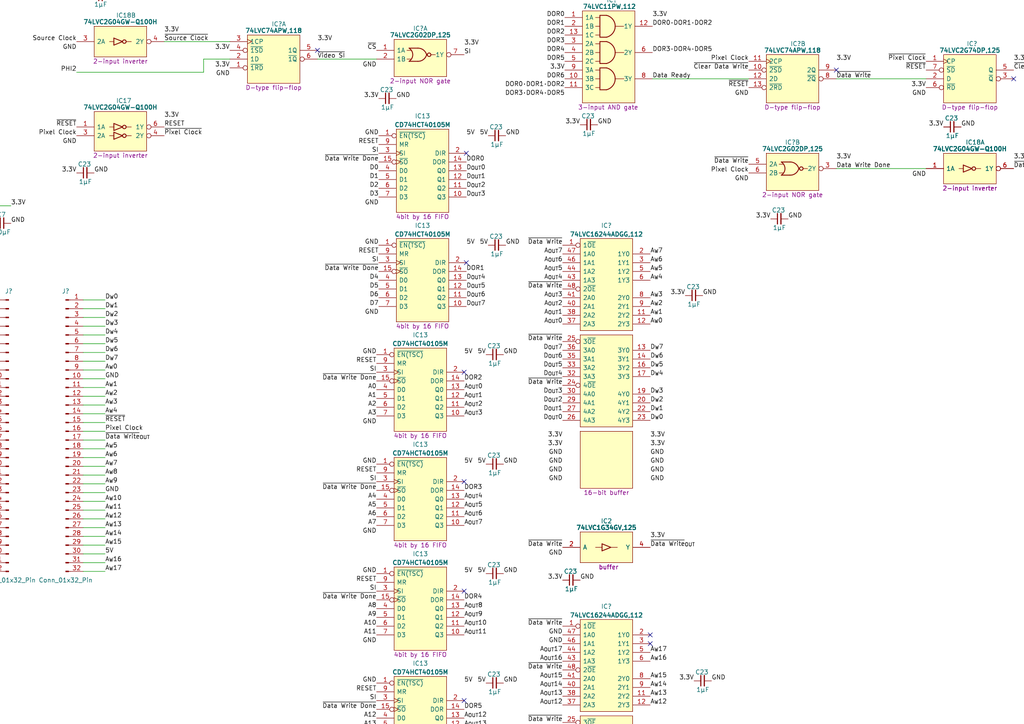
<source format=kicad_sch>
(kicad_sch (version 20230121) (generator eeschema)
  (paper "A4")
  (junction (at -31.115 59.69))
  (junction (at -1.905 59.69))
  (no_connect (at 188.595 184.15))
  (no_connect (at 92.075 14.605))
  (no_connect (at 188.595 186.69))
  (no_connect (at 134.62 139.7))
  (no_connect (at 134.62 203.2))
  (no_connect (at 134.62 245.11))
  (no_connect (at 134.62 247.65))
  (no_connect (at 134.62 171.45))
  (no_connect (at 242.57 20.32))
  (no_connect (at 135.255 44.45))
  (no_connect (at 134.62 234.95))
  (no_connect (at -5.715 64.77))
  (no_connect (at 294.005 22.86))
  (no_connect (at 188.595 232.41))
  (no_connect (at 188.595 227.33))
  (no_connect (at 134.62 107.95))
  (no_connect (at 188.595 229.87))
  (no_connect (at 135.255 76.2))
  (no_connect (at 188.595 224.79))
  (wire (pts (xy -1.905 64.77) (xy -1.905 59.69)))
  (wire (pts (xy 30.48 130.175) (xy 24.13 130.175)))
  (wire (pts (xy 30.48 153.035) (xy 24.13 153.035)))
  (wire (pts (xy 59.055 17.145) (xy 66.675 17.145)))
  (wire (pts (xy 30.48 109.855) (xy 24.13 109.855)))
  (wire (pts (xy 30.48 145.415) (xy 24.13 145.415)))
  (wire (pts (xy 30.48 89.535) (xy 24.13 89.535)))
  (wire (pts (xy -8.89 127.635) (xy -2.54 127.635)))
  (wire (pts (xy -8.89 155.575) (xy -2.54 155.575)))
  (wire (pts (xy 30.48 102.235) (xy 24.13 102.235)))
  (wire (pts (xy 30.48 147.955) (xy 24.13 147.955)))
  (wire (pts (xy -8.89 145.415) (xy -2.54 145.415)))
  (wire (pts (xy 30.48 120.015) (xy 24.13 120.015)))
  (wire (pts (xy -8.89 104.775) (xy -2.54 104.775)))
  (wire (pts (xy 242.57 48.895) (xy 268.605 48.895)))
  (wire (pts (xy -8.89 125.095) (xy -2.54 125.095)))
  (wire (pts (xy -8.89 132.715) (xy -2.54 132.715)))
  (wire (pts (xy -8.89 120.015) (xy -2.54 120.015)))
  (wire (pts (xy 47.625 12.065) (xy 66.675 12.065)))
  (wire (pts (xy -8.89 137.795) (xy -2.54 137.795)))
  (wire (pts (xy -31.115 59.69) (xy -31.115 62.23)))
  (wire (pts (xy 30.48 92.075) (xy 24.13 92.075)))
  (wire (pts (xy 30.48 107.315) (xy 24.13 107.315)))
  (wire (pts (xy -8.89 99.695) (xy -2.54 99.695)))
  (wire (pts (xy 30.48 155.575) (xy 24.13 155.575)))
  (wire (pts (xy 30.48 117.475) (xy 24.13 117.475)))
  (wire (pts (xy -8.89 130.175) (xy -2.54 130.175)))
  (wire (pts (xy 30.48 142.875) (xy 24.13 142.875)))
  (wire (pts (xy 242.57 22.86) (xy 268.605 22.86)))
  (wire (pts (xy -8.89 160.655) (xy -2.54 160.655)))
  (wire (pts (xy 92.075 17.145) (xy 109.22 17.145)))
  (wire (pts (xy 30.48 137.795) (xy 24.13 137.795)))
  (wire (pts (xy -46.355 64.77) (xy -45.085 64.77)))
  (wire (pts (xy -8.89 102.235) (xy -2.54 102.235)))
  (wire (pts (xy 30.48 135.255) (xy 24.13 135.255)))
  (wire (pts (xy 30.48 122.555) (xy 24.13 122.555)))
  (wire (pts (xy -8.89 163.195) (xy -2.54 163.195)))
  (wire (pts (xy 30.48 125.095) (xy 24.13 125.095)))
  (wire (pts (xy 30.48 163.195) (xy 24.13 163.195)))
  (wire (pts (xy 30.48 132.715) (xy 24.13 132.715)))
  (wire (pts (xy -8.89 89.535) (xy -2.54 89.535)))
  (wire (pts (xy 30.48 150.495) (xy 24.13 150.495)))
  (wire (pts (xy 30.48 104.775) (xy 24.13 104.775)))
  (wire (pts (xy -8.89 86.995) (xy -2.54 86.995)))
  (wire (pts (xy 30.48 99.695) (xy 24.13 99.695)))
  (wire (pts (xy 30.48 160.655) (xy 24.13 160.655)))
  (wire (pts (xy -8.89 112.395) (xy -2.54 112.395)))
  (wire (pts (xy -8.89 92.075) (xy -2.54 92.075)))
  (wire (pts (xy 30.48 112.395) (xy 24.13 112.395)))
  (wire (pts (xy 30.48 94.615) (xy 24.13 94.615)))
  (wire (pts (xy -8.89 142.875) (xy -2.54 142.875)))
  (wire (pts (xy 59.055 20.955) (xy 59.055 17.145)))
  (wire (pts (xy -8.89 94.615) (xy -2.54 94.615)))
  (wire (pts (xy -8.89 114.935) (xy -2.54 114.935)))
  (wire (pts (xy -8.89 107.315) (xy -2.54 107.315)))
  (wire (pts (xy -8.89 150.495) (xy -2.54 150.495)))
  (wire (pts (xy 30.48 114.935) (xy 24.13 114.935)))
  (wire (pts (xy -46.355 59.69) (xy -46.355 64.77)))
  (wire (pts (xy 30.48 165.735) (xy 24.13 165.735)))
  (wire (pts (xy -8.89 117.475) (xy -2.54 117.475)))
  (wire (pts (xy 30.48 158.115) (xy 24.13 158.115)))
  (wire (pts (xy -8.89 147.955) (xy -2.54 147.955)))
  (wire (pts (xy -8.89 165.735) (xy -2.54 165.735)))
  (wire (pts (xy -8.89 158.115) (xy -2.54 158.115)))
  (wire (pts (xy 30.48 140.335) (xy 24.13 140.335)))
  (wire (pts (xy 24.13 86.995) (xy 30.48 86.995)))
  (wire (pts (xy -1.905 59.69) (xy 3.175 59.69)))
  (wire (pts (xy 189.23 22.86) (xy 217.17 22.86)))
  (wire (pts (xy -8.89 122.555) (xy -2.54 122.555)))
  (wire (pts (xy -8.89 153.035) (xy -2.54 153.035)))
  (wire (pts (xy -8.89 140.335) (xy -2.54 140.335)))
  (wire (pts (xy -46.355 59.69) (xy -31.115 59.69)))
  (wire (pts (xy 30.48 127.635) (xy 24.13 127.635)))
  (wire (pts (xy -8.89 135.255) (xy -2.54 135.255)))
  (wire (pts (xy 22.225 20.955) (xy 59.055 20.955)))
  (wire (pts (xy -8.89 97.155) (xy -2.54 97.155)))
  (wire (pts (xy -5.715 59.69) (xy -1.905 59.69)))
  (wire (pts (xy -8.89 109.855) (xy -2.54 109.855)))
  (wire (pts (xy 30.48 97.155) (xy 24.13 97.155)))
  (label "A_{OUT}14" (at 163.195 199.39 180))
  (label "PHI2" (at 22.225 20.955 180))
  (label "GND" (at 188.595 242.57 0))
  (label "A3" (at -8.89 120.015 180))
  (label "GND" (at 163.195 139.7 180))
  (label "A_{W}10" (at 188.595 214.63 0))
  (label "D5" (at -8.89 102.235 180))
  (label "A_{W}4" (at 188.595 81.28 0))
  (label "Pixel Clock" (at 217.17 17.78 180))
  (label "A_{W}1" (at 188.595 91.44 0))
  (label "D_{OUT}6" (at 163.195 104.14 180))
  (label "A_{W}16" (at 188.595 191.77 0))
  (label "~{Data Write}" (at 163.195 181.61 180))
  (label "RESET" (at 109.855 73.66 180))
  (label "5V" (at -8.89 92.075 180))
  (label "RESET" (at 47.625 36.83 0))
  (label "GND" (at 30.48 109.855 0))
  (label "A10" (at -8.89 147.955 180))
  (label "D_{W}2" (at 30.48 92.075 0))
  (label "DOR6" (at 134.62 237.49 0))
  (label "D_{OUT}6" (at 135.255 86.36 0))
  (label "GND" (at 109.22 154.94 180))
  (label "A_{OUT}9" (at 134.62 179.07 0))
  (label "DOR2" (at 163.83 10.16 180))
  (label "SI" (at 109.855 44.45 180))
  (label "GND" (at 188.595 134.62 0))
  (label "GND" (at 188.595 132.08 0))
  (label "A_{OUT}10" (at 163.195 214.63 180))
  (label "A_{OUT}5" (at 163.195 78.74 180))
  (label "A_{OUT}7" (at 163.195 73.66 180))
  (label "3.3V" (at 163.83 20.32 180))
  (label "~{RESET}" (at 217.17 25.4 180))
  (label "A_{OUT}3" (at 163.195 86.36 180))
  (label "GND" (at 163.195 245.11 180))
  (label "A_{OUT}15" (at 163.195 196.85 180))
  (label "A_{OUT}14" (at 134.62 213.36 0))
  (label "A_{OUT}2" (at 163.195 88.9 180))
  (label "GND" (at 163.195 184.15 180))
  (label "~{Data Write}" (at 163.195 194.31 180))
  (label "Data Ready" (at 189.23 22.86 0))
  (label "3.3V" (at 163.195 127 180))
  (label "GND" (at 188.595 245.11 0))
  (label "D_{W}3" (at 188.595 114.3 0))
  (label "5V" (at 140.97 102.87 180))
  (label "SI" (at 109.22 107.95 180))
  (label "3.3V" (at 163.195 222.25 180))
  (label "3.3V" (at 92.075 12.065 0))
  (label "D_{OUT}3" (at 163.195 114.3 180))
  (label "GND" (at 163.195 137.16 180))
  (label "GND" (at 163.195 224.79 180))
  (label "A14" (at 109.22 213.36 180))
  (label "A5" (at -8.89 130.175 180))
  (label "GND" (at 109.22 166.37 180))
  (label "A_{W}7" (at 30.48 135.255 0))
  (label "A4" (at -8.89 127.635 180))
  (label "GND" (at 203.835 85.725 0))
  (label "D_{OUT}4" (at 163.195 109.22 180))
  (label "D_{W}7" (at 30.48 104.775 0))
  (label "3.3V" (at 294.005 46.355 0))
  (label "GND" (at 27.305 50.165 0))
  (label "~{Data Write}" (at 163.195 111.76 180))
  (label "A_{W}6" (at 30.48 132.715 0))
  (label "GND" (at 146.685 39.37 0))
  (label "D_{OUT}0" (at 135.255 49.53 0))
  (label "D_{OUT}2" (at 163.195 116.84 180))
  (label "DOR0·DOR1·DOR2" (at 189.23 7.62 0))
  (label "~{Data Write}" (at 163.195 158.75 180))
  (label "GND" (at 109.22 198.12 180))
  (label "A_{W}1" (at 30.48 112.395 0))
  (label "A15" (at -8.89 160.655 180))
  (label "~{Pixel Clock}" (at 47.625 39.37 0))
  (label "A17" (at 109.22 242.57 180))
  (label "D_{W}0" (at 188.595 121.92 0))
  (label "A_{OUT}16" (at 134.62 240.03 0))
  (label "3.3V" (at 294.005 17.78 0))
  (label "A_{OUT}11" (at 163.195 212.09 180))
  (label "GND" (at 109.22 186.69 180))
  (label "3.3V" (at 134.62 13.335 0))
  (label "~{Data Write Done}" (at 109.22 110.49 180))
  (label "A_{W}3" (at 30.48 117.475 0))
  (label "GND" (at 163.195 242.57 180))
  (label "3.3V" (at 223.52 63.5 180))
  (label "D7" (at -8.89 107.315 180))
  (label "A_{W}15" (at 188.595 196.85 0))
  (label "A_{W}2" (at 30.48 114.935 0))
  (label "DOR4" (at 163.83 15.24 180))
  (label "3.3V" (at 109.855 28.575 180))
  (label "3.3V" (at 188.595 127 0))
  (label "D_{W}6" (at 188.595 104.14 0))
  (label "A_{OUT}5" (at 134.62 147.32 0))
  (label "A_{OUT}11" (at 134.62 184.15 0))
  (label "GND" (at 146.05 229.87 0))
  (label "A0" (at -8.89 112.395 180))
  (label "A_{OUT}3" (at 134.62 120.65 0))
  (label "A11" (at -8.89 150.495 180))
  (label "Pixel Clock" (at 217.17 50.165 180))
  (label "3.3V" (at 66.675 19.685 180))
  (label "A_{OUT}13" (at 134.62 210.82 0))
  (label "A_{OUT}16" (at 163.195 191.77 180))
  (label "D3" (at -8.89 97.155 180))
  (label "A_{W}13" (at 188.595 201.93 0))
  (label "D_{OUT}5" (at 163.195 106.68 180))
  (label "GND" (at 188.595 247.65 0))
  (label "A_{W}12" (at 30.48 150.495 0))
  (label "A_{OUT}1" (at 163.195 91.44 180))
  (label "A_{W}17" (at 30.48 165.735 0))
  (label "DOR1" (at 163.83 7.62 180))
  (label "GND" (at 188.595 137.16 0))
  (label "GND" (at 163.195 132.08 180))
  (label "RESET" (at 109.22 105.41 180))
  (label "~{RESET}" (at 268.605 20.32 180))
  (label "A3" (at 109.22 120.65 180))
  (label "D_{OUT}0" (at 163.195 121.92 180))
  (label "A_{OUT}17" (at 163.195 189.23 180))
  (label "A4" (at 109.22 144.78 180))
  (label "~{Data Write}" (at 163.195 209.55 180))
  (label "3.3V" (at 198.755 85.725 180))
  (label "A2" (at 109.22 118.11 180))
  (label "D_{OUT}7" (at 135.255 88.9 0))
  (label "DOR2" (at 134.62 110.49 0))
  (label "~{CS}" (at -8.89 132.715 180))
  (label "GND" (at 22.225 14.605 180))
  (label "3.3V" (at 163.195 168.275 180))
  (label "GND" (at 173.355 36.195 0))
  (label "3.3V" (at 66.675 14.605 180))
  (label "A_{OUT}6" (at 134.62 149.86 0))
  (label "5V" (at 134.62 166.37 0))
  (label "A17" (at -8.89 165.735 180))
  (label "~{Data Write}_{OUT}" (at 30.48 127.635 0))
  (label "5V" (at 134.62 102.87 0))
  (label "A_{OUT}6" (at 163.195 76.2 180))
  (label "5V" (at 134.62 229.87 0))
  (label "D6" (at 109.855 86.36 180))
  (label "RESET" (at 109.22 137.16 180))
  (label "DOR3·DOR4·DOR5" (at 189.23 15.24 0))
  (label "A_{W}0" (at 188.595 93.98 0))
  (label "A_{W}13" (at 30.48 153.035 0))
  (label "RESET" (at 109.22 232.41 180))
  (label "GND" (at 163.195 250.19 180))
  (label "A12" (at 109.22 208.28 180))
  (label "GND" (at 22.225 41.91 180))
  (label "A_{W}11" (at 30.48 147.955 0))
  (label "A_{OUT}15" (at 134.62 215.9 0))
  (label "GND" (at 268.605 51.435 180))
  (label "A_{W}9" (at 188.595 217.17 0))
  (label "~{Data Write Done}" (at 109.22 205.74 180))
  (label "A1" (at -8.89 114.935 180))
  (label "A_{W}10" (at 30.48 145.415 0))
  (label "3.3V" (at 163.195 129.54 180))
  (label "GND" (at 268.605 27.94 180))
  (label "A_{OUT}1" (at 134.62 115.57 0))
  (label "A_{OUT}8" (at 163.195 219.71 180))
  (label "A_{OUT}7" (at 134.62 152.4 0))
  (label "D_{OUT}5" (at 135.255 83.82 0))
  (label "D_{W}7" (at 188.595 101.6 0))
  (label "A_{OUT}0" (at 163.195 93.98 180))
  (label "GND" (at 146.05 134.62 0))
  (label "3.3V" (at 47.625 9.525 0))
  (label "D3" (at 109.855 57.15 180))
  (label "GND" (at 278.765 36.83 0))
  (label "DOR0" (at 163.83 5.08 180))
  (label "~{Data Write Done}" (at 294.005 48.895 0))
  (label "DOR3" (at 134.62 142.24 0))
  (label "Data Write Done" (at 242.57 48.895 0))
  (label "D7" (at 109.855 88.9 180))
  (label "~{Data Write}" (at 163.195 83.82 180))
  (label "A_{W}3" (at 188.595 86.36 0))
  (label "GND" (at 66.675 22.225 180))
  (label "D2" (at -8.89 94.615 180))
  (label "SI" (at 109.22 139.7 180))
  (label "RESET" (at 109.22 200.66 180))
  (label "D_{OUT}2" (at 135.255 54.61 0))
  (label "5V" (at 141.605 71.12 180))
  (label "A_{W}12" (at 188.595 204.47 0))
  (label "D_{OUT}3" (at 135.255 57.15 0))
  (label "~{Pixel Clock}" (at 268.605 17.78 180))
  (label "GND" (at 109.22 123.19 180))
  (label "5V" (at 134.62 134.62 0))
  (label "GND" (at -31.115 64.77 180))
  (label "A_{OUT}0" (at 134.62 113.03 0))
  (label "3.3V" (at 163.195 237.49 180))
  (label "A5" (at 109.22 147.32 180))
  (label "A13" (at 109.22 210.82 180))
  (label "~{Data Write}" (at 163.195 99.06 180))
  (label "A_{W}17" (at 188.595 189.23 0))
  (label "~{Data Write}" (at 217.17 47.625 180))
  (label "5V" (at -46.355 59.69 180))
  (label "GND" (at 109.22 218.44 180))
  (label "GND" (at 109.22 102.87 180))
  (label "5V" (at 140.97 166.37 180))
  (label "3.3V" (at 268.605 25.4 180))
  (label "D1" (at -8.89 89.535 180))
  (label "5V" (at 140.97 134.62 180))
  (label "3.3V" (at 47.625 34.29 0))
  (label "D_{W}1" (at 188.595 119.38 0))
  (label "D_{W}5" (at 30.48 99.695 0))
  (label "D_{OUT}4" (at 135.255 81.28 0))
  (label "D4" (at 109.855 81.28 180))
  (label "DOR6" (at 163.83 22.86 180))
  (label "A7" (at 109.22 152.4 180))
  (label "GND" (at 109.22 134.62 180))
  (label "5V" (at 30.48 160.655 0))
  (label "A6" (at 109.22 149.86 180))
  (label "GND" (at 109.22 250.19 180))
  (label "~{Data Write}" (at 163.195 71.12 180))
  (label "3.3V" (at 22.225 50.165 180))
  (label "A_{W}8" (at 188.595 219.71 0))
  (label "D1" (at 109.855 52.07 180))
  (label "A_{W}6" (at 188.595 76.2 0))
  (label "A_{W}0" (at 30.48 107.315 0))
  (label "3.3V" (at 168.275 36.195 180))
  (label "GND" (at 217.17 52.705 180))
  (label "DOR5" (at 163.83 17.78 180))
  (label "A_{OUT}10" (at 134.62 181.61 0))
  (label "D_{OUT}7" (at 163.195 101.6 180))
  (label "DOR4" (at 134.62 173.99 0))
  (label "DOR1" (at 135.255 78.74 0))
  (label "A_{W}14" (at 30.48 155.575 0))
  (label "GND" (at 109.22 247.65 180))
  (label "GND" (at 163.195 247.65 180))
  (label "GND" (at 109.22 229.87 180))
  (label "A_{W}15" (at 30.48 158.115 0))
  (label "3.3V" (at 163.195 240.03 180))
  (label "A13" (at -8.89 155.575 180))
  (label "~{Data Write}_{OUT}" (at 188.595 158.75 0))
  (label "A_{OUT}12" (at 163.195 204.47 180))
  (label "3.3V" (at 189.23 5.08 0))
  (label "RESET" (at 109.855 41.91 180))
  (label "D_{W}4" (at 188.595 109.22 0))
  (label "SI" (at 109.22 203.2 180))
  (label "D_{OUT}1" (at 163.195 119.38 180))
  (label "SI" (at 109.22 171.45 180))
  (label "D0" (at 109.855 49.53 180))
  (label "A16" (at -8.89 163.195 180))
  (label "D6" (at -8.89 104.775 180))
  (label "5V" (at 140.97 198.12 180))
  (label "A_{OUT}4" (at 163.195 81.28 180))
  (label "D0" (at -8.89 86.995 180))
  (label "A2" (at -8.89 117.475 180))
  (label "A_{OUT}2" (at 134.62 118.11 0))
  (label "~{RESET}" (at 30.48 122.555 0))
  (label "A14" (at -8.89 158.115 180))
  (label "GND" (at 109.855 39.37 180))
  (label "A_{W}14" (at 188.595 199.39 0))
  (label "GND" (at 31.75 -1.27 0))
  (label "3.3V" (at 242.57 46.355 0))
  (label "GND" (at 3.175 64.77 0))
  (label "5V" (at 135.255 39.37 0))
  (label "DOR3·DOR4·DOR5" (at 163.83 27.94 180))
  (label "Pixel Clock" (at 22.225 39.37 180))
  (label "D_{W}3" (at 30.48 94.615 0))
  (label "A_{W}9" (at 30.48 140.335 0))
  (label "A_{W}7" (at 188.595 73.66 0))
  (label "A_{OUT}12" (at 134.62 208.28 0))
  (label "GND" (at 163.195 232.41 180))
  (label "D_{W}1" (at 30.48 89.535 0))
  (label "~{Source Clock}" (at 47.625 12.065 0))
  (label "A_{OUT}17" (at 134.62 242.57 0))
  (label "~{RESET}" (at 22.225 36.83 180))
  (label "SI" (at 109.22 234.95 180))
  (label "D_{W}5" (at 188.595 106.68 0))
  (label "DOR3" (at 163.83 12.7 180))
  (label "A_{OUT}9" (at 163.195 217.17 180))
  (label "A_{W}16" (at 30.48 163.195 0))
  (label "GND" (at 109.855 71.12 180))
  (label "Pixel Clock" (at 30.48 125.095 0))
  (label "A_{W}11" (at 188.595 212.09 0))
  (label "~{Data Write Done}" (at 109.855 78.74 180))
  (label "3.3V" (at 188.595 240.03 0))
  (label "GND" (at 109.855 91.44 180))
  (label "GND" (at 163.195 186.69 180))
  (label "5V" (at 140.97 229.87 180))
  (label "PHI2" (at -8.89 125.095 180))
  (label "3.3V" (at 188.595 237.49 0))
  (label "D_{W}2" (at 188.595 116.84 0))
  (label "A1" (at 109.22 115.57 180))
  (label "A_{OUT}13" (at 163.195 201.93 180))
  (label "GND" (at 109.855 59.69 180))
  (label "5V" (at 134.62 198.12 0))
  (label "A_{OUT}4" (at 134.62 144.78 0))
  (label "~{Data Write}" (at 242.57 22.86 0))
  (label "~{CS}" (at 109.22 14.605 180))
  (label "D_{W}0" (at 30.48 86.995 0))
  (label "SI" (at 134.62 15.875 0))
  (label "3.3V" (at 201.295 197.485 180))
  (label "DOR0" (at 135.255 46.99 0))
  (label "GND" (at 188.595 139.7 0))
  (label "GND" (at 109.22 19.685 180))
  (label "A_{W}8" (at 30.48 137.795 0))
  (label "3.3V" (at 188.595 129.54 0))
  (label "A_{W}4" (at 30.48 120.015 0))
  (label "A_{W}5" (at 188.595 78.74 0))
  (label "A8" (at 109.22 176.53 180))
  (label "3.3V" (at 3.175 59.69 0))
  (label "A9" (at 109.22 179.07 180))
  (label "A6" (at -8.89 135.255 180))
  (label "RESET" (at 109.22 168.91 180))
  (label "GND" (at 146.05 166.37 0))
  (label "A11" (at 109.22 184.15 180))
  (label "~{Data Write Done}" (at 109.22 173.99 180))
  (label "A12" (at -8.89 153.035 180))
  (label "~{Data Write Done}" (at 109.22 237.49 180))
  (label "A10" (at 109.22 181.61 180))
  (label "A0" (at 109.22 113.03 180))
  (label "GND" (at 168.275 168.275 0))
  (label "GND" (at 163.195 134.62 180))
  (label "GND" (at -40.005 64.77 0))
  (label "A8" (at -8.89 140.335 180))
  (label "~{Clear Data Write}" (at 217.17 20.32 180))
  (label "5V" (at 141.605 39.37 180))
  (label "~{Video SI}" (at 92.075 17.145 0))
  (label "GND" (at 146.685 71.12 0))
  (label "A9" (at -8.89 145.415 180))
  (label "D2" (at 109.855 54.61 180))
  (label "GND" (at 188.595 250.19 0))
  (label "D_{OUT}1" (at 135.255 52.07 0))
  (label "3.3V" (at 273.685 36.83 180))
  (label "GND" (at 163.195 161.29 180))
  (label "GND" (at 217.17 27.94 180))
  (label "GND" (at 146.05 198.12 0))
  (label "3.3V" (at 242.57 17.78 0))
  (label "DOR0·DOR1·DOR2" (at 163.83 25.4 180))
  (label "Source Clock" (at -8.89 122.555 180))
  (label "GND" (at -8.89 142.875 180))
  (label "GND" (at -8.89 109.855 180))
  (label "~{Data Write Done}" (at 109.22 142.24 180))
  (label "A_{OUT}8" (at 134.62 176.53 0))
  (label "D4" (at -8.89 99.695 180))
  (label "SI" (at 109.855 76.2 180))
  (label "5V" (at 135.255 71.12 0))
  (label "D_{W}4" (at 30.48 97.155 0))
  (label "A16" (at 109.22 240.03 180))
  (label "Source Clock" (at 22.225 12.065 180))
  (label "GND" (at 163.195 229.87 180))
  (label "A_{W}2" (at 188.595 88.9 0))
  (label "3.3V" (at 26.67 -1.27 180))
  (label "A15" (at 109.22 215.9 180))
  (label "3.3V" (at 188.595 156.21 0))
  (label "GND" (at 228.6 63.5 0))
  (label "A7" (at -8.89 137.795 180))
  (label "D5" (at 109.855 83.82 180))
  (label "~{Clear Data Write}" (at 294.005 20.32 0))
  (label "DOR5" (at 134.62 205.74 0))
  (label "D_{W}6" (at 30.48 102.235 0))
  (label "GND" (at 146.05 102.87 0))
  (label "GND" (at 114.935 28.575 0))
  (label "GND" (at 163.195 227.33 180))
  (label "~{Data Write Done}" (at 109.855 46.99 180))
  (label "A_{W}5" (at 30.48 130.175 0))
  (label "GND" (at 109.22 245.11 180))
  (label "GND" (at 30.48 142.875 0))
  (label "GND" (at 206.375 197.485 0))
  (symbol (lib_id "Nexperia:74LVC74APW,118_Multi") (at 66.675 12.065 0) (unit 1)
    (property "Reference" "IC?" (at 78.74 6.985 0) (effects (justify left)))
    (property "Value" "74LVC74APW,118" (at 79.375 8.89 0) (effects (font bold)))
    (property "Footprint" "SOP65P640X110-14N" (effects hide))
    (property "Datasheet" "https://assets.nexperia.com/documents/data-sheet/74LVC74A.pdf" (effects hide))
    (property "Description" "D-type flip-flop" (at 79.375 25.4 0))
    (property "Height" "1.1" (effects hide))
    (property "Mouser Part Number" "771-74LVC74APW-T" (effects hide))
    (property "Mouser Price/Stock" "https://www.mouser.co.uk/ProductDetail/Nexperia/74LVC74APW118?qs=me8TqzrmIYVtXwVfet0lzw%3D%3D" (effects hide))
    (property "Manufacturer_Name" "Nexperia" (effects hide))
    (property "Manufacturer_Part_Number" "74LVC74APW,118" (effects hide))
    (property "Silkscreen" "74LVC74APW" (effects hide))
    (instances (project "Video 400x600 single" (path "" (reference "IC?") (unit 1)) (path "" (reference "IC3") (unit 1))))
  )
  (symbol (lib_id "Nexperia:74LVC2G04GW-Q100H_Multi") (at 268.605 48.895 0) (unit 1)
    (property "Reference" "IC18" (at 280.035 41.275 0) (effects (justify left)))
    (property "Value" "74LVC2G04GW-Q100H" (at 281.305 43.18 0) (effects (font bold)))
    (property "Footprint" "SOP65P210X110-6N" (effects hide))
    (property "Datasheet" "https://assets.nexperia.com/documents/data-sheet/74LVC2G04_Q100.pdf" (effects hide))
    (property "Description" "2-input inverter" (at 281.305 54.61 0))
    (property "Height" "1.1" (effects hide))
    (property "Manufacturer_Name" "Nexperia" (effects hide))
    (property "Manufacturer_Part_Number" "74LVC2G04GW-Q100H" (effects hide))
    (property "Mouser Part Number" "771-74LVC2G04GWQ100H" (effects hide))
    (property "Mouser Price/Stock" "https://www.mouser.co.uk/ProductDetail/Nexperia/74LVC2G04GW-Q100H?qs=Yna0arPQ0CQTXbBDVSrZqQ%3D%3D" (effects hide))
    (property "Silkscreen" "'2G04" (effects hide))
  )
  (symbol (lib_id "HCP65:C_0805") (at 141.605 39.37 0) (unit 1)
    (property "Reference" "C23" (at 143.891 36.83 0))
    (property "Value" "1μF" (at 144.145 41.91 0))
    (property "Footprint" "SamacSys_Parts:C_0805" (effects hide))
    (instances (project "Pico Sound" (path "" (reference "C23") (unit 1))) (project "Video 400x600 single" (path "" (reference "C?") (unit 1)) (path "" (reference "C5") (unit 1))))
  )
  (symbol (lib_id "Nexperia:74LVC2G74DP,125") (at 268.605 17.78 0) (unit 1)
    (property "Reference" "IC?" (at 281.94 12.7 0))
    (property "Value" "74LVC2G74DP,125" (at 281.305 14.605 0) (effects (font bold)))
    (property "Footprint" "SOP65P400X110-8N" (effects hide))
    (property "Datasheet" "https://assets.nexperia.com/documents/data-sheet/74LVC2G74.pdf" (effects hide))
    (property "Description" "D-type flip-flop" (at 281.305 31.115 0))
    (property "Height" "1.1" (effects hide))
    (property "Manufacturer_Name" "Nexperia" (effects hide))
    (property "Manufacturer_Part_Number" "74LVC2G74DP,125" (effects hide))
    (property "Mouser Part Number" "771-74LVC2G74DP-G" (effects hide))
    (property "Mouser Price/Stock" "https://www.mouser.co.uk/ProductDetail/Nexperia/74LVC2G74DP125?qs=me8TqzrmIYX1iMHaYTXJug%3D%3D" (effects hide))
    (property "Silkscreen" "'2G74" (effects hide))
    (instances (project "Video 400x600 single" (path "" (reference "IC?") (unit 1)) (path "" (reference "IC5") (unit 1))))
  )
  (symbol (lib_id "HCP65:C_0805") (at 140.97 102.87 0) (unit 1)
    (property "Reference" "C23" (at 143.256 100.33 0))
    (property "Value" "1μF" (at 143.51 105.41 0))
    (property "Footprint" "SamacSys_Parts:C_0805" (effects hide))
    (instances (project "Pico Sound" (path "" (reference "C23") (unit 1))) (project "Video 400x600 single" (path "" (reference "C?") (unit 1)) (path "" (reference "C7") (unit 1))))
  )
  (symbol (lib_id "Connector:Conn_01x32_Pin") (at 2.54 125.095 0) (mirror y) (unit 1)
    (property "Reference" "J?" (at 2.54 84.455 0))
    (property "Value" "Conn_01x32_Pin" (at 2.54 168.275 0))
    (property "Footprint" "Connector_PinHeader_2.54mm:PinHeader_1x32_P2.54mm_Vertical" (effects hide))
    (instances (project "Video 400x600 single" (path "" (reference "J?") (unit 1)) (path "" (reference "J1") (unit 1))))
  )
  (symbol (lib_id "HCP65:C_0805") (at 273.685 36.83 0) (unit 1)
    (property "Reference" "C23" (at 275.971 34.29 0))
    (property "Value" "1μF" (at 276.225 39.37 0))
    (property "Footprint" "SamacSys_Parts:C_0805" (effects hide))
    (instances (project "Pico Sound" (path "" (reference "C23") (unit 1))) (project "Video 400x600 single" (path "" (reference "C?") (unit 1)) (path "" (reference "C16") (unit 1))))
  )
  (symbol (lib_id "Nexperia:74LVC16244ADGG,112") (at 163.195 71.12 0) (unit 1)
    (property "Reference" "IC?" (at 175.895 65.405 0))
    (property "Value" "74LVC16244ADGG,112" (at 175.895 67.945 0) (effects (font bold)))
    (property "Footprint" "74LVC16244ADGG112" (effects hide))
    (property "Datasheet" "https://assets.nexperia.com/documents/data-sheet/74LVC_LVCH16244A.pdf" (effects hide))
    (property "Description" "16-bit buffer" (at 175.895 142.875 0))
    (property "Height" "1.2" (effects hide))
    (property "Manufacturer_Name" "Nexperia" (effects hide))
    (property "Manufacturer_Part_Number" "74LVC16244ADGG,112" (effects hide))
    (property "Mouser Part Number" "771-74LVC16244DG" (effects hide))
    (property "Mouser Price/Stock" "https://www.mouser.co.uk/ProductDetail/Nexperia/74LVC16244ADGG112?qs=qAI9lz2tHCO4%252BdMkKmxvXA%3D%3D" (effects hide))
    (property "Silkscreen" "74LVC16244ADGG" (effects hide))
    (instances (project "Video 400x600 single" (path "" (reference "IC?") (unit 1)) (path "" (reference "IC10") (unit 1))))
  )
  (symbol (lib_id "HCP65:C_0805") (at 140.97 198.12 0) (unit 1)
    (property "Reference" "C23" (at 143.256 195.58 0))
    (property "Value" "1μF" (at 143.51 200.66 0))
    (property "Footprint" "SamacSys_Parts:C_0805" (effects hide))
    (instances (project "Pico Sound" (path "" (reference "C23") (unit 1))) (project "Video 400x600 single" (path "" (reference "C?") (unit 1)) (path "" (reference "C10") (unit 1))))
  )
  (symbol (lib_id "HCP65:C_0805") (at 140.97 134.62 0) (unit 1)
    (property "Reference" "C23" (at 143.256 132.08 0))
    (property "Value" "1μF" (at 143.51 137.16 0))
    (property "Footprint" "SamacSys_Parts:C_0805" (effects hide))
    (instances (project "Pico Sound" (path "" (reference "C23") (unit 1))) (project "Video 400x600 single" (path "" (reference "C?") (unit 1)) (path "" (reference "C8") (unit 1))))
  )
  (symbol (lib_id "Texas_Instruments:CD74HCT40105M") (at 109.22 166.37 0) (unit 1)
    (property "Reference" "IC13" (at 121.92 160.655 0))
    (property "Value" "CD74HCT40105M" (at 121.92 163.195 0) (effects (font bold)))
    (property "Footprint" "SOIC127P600X175-16N" (effects hide))
    (property "Datasheet" "http://www.ti.com/lit/gpn/CD74HCT40105" (effects hide))
    (property "Description" "4bit by 16 FIFO" (at 121.92 189.865 0))
    (property "Height" "1.75" (effects hide))
    (property "Manufacturer_Name" "Texas Instruments" (effects hide))
    (property "Manufacturer_Part_Number" "CD74HCT40105M" (effects hide))
    (property "Mouser Part Number" "595-CD74HCT40105M" (effects hide))
    (property "Mouser Price/Stock" "https://www.mouser.co.uk/ProductDetail/Texas-Instruments/CD74HCT40105M?qs=Dqy2GfToSoScqz%252Bk6stUgg%3D%3D" (effects hide))
    (property "Arrow Part Number" "CD74HCT40105M" (effects hide))
    (property "Arrow Price/Stock" "https://www.arrow.com/en/products/cd74hct40105m/texas-instruments" (effects hide))
    (instances (project "Pico Sound" (path "" (reference "IC13") (unit 1))) (project "Video 400x600 single" (path "" (reference "IC?") (unit 1)) (path "" (reference "IC13") (unit 1))))
  )
  (symbol (lib_id "HCP65:C_0805") (at -1.905 64.77 0) (unit 1)
    (property "Reference" "C7" (at 0.381 62.23 0))
    (property "Value" "10µF" (at -1.905 67.31 0) (effects (justify left)))
    (property "Footprint" "SamacSys_Parts:C_0805" (effects hide))
    (instances (project "Pico Sound" (path "" (reference "C7") (unit 1))) (project "Video 400x600 single" (path "" (reference "C?") (unit 1)) (path "" (reference "C2") (unit 1))))
  )
  (symbol (lib_id "HCP65:C_0805") (at 168.275 36.195 0) (unit 1)
    (property "Reference" "C23" (at 170.561 33.655 0))
    (property "Value" "1μF" (at 170.815 38.735 0))
    (property "Footprint" "SamacSys_Parts:C_0805" (effects hide))
    (instances (project "Pico Sound" (path "" (reference "C23") (unit 1))) (project "Video 400x600 single" (path "" (reference "C?") (unit 1)) (path "" (reference "C15") (unit 1))))
  )
  (symbol (lib_id "Diodes_Inc:AP7365-33WG-7") (at -31.115 59.69 0) (unit 1)
    (property "Reference" "IC2" (at -18.415 54.61 0))
    (property "Value" "AP7365-33WG-7" (at -18.415 56.515 0) (effects (font bold)))
    (property "Footprint" "SOT95P285X130-5N" (effects hide))
    (property "Datasheet" "https://componentsearchengine.com/Datasheets/1/AP7365-33WG-7.pdf" (effects hide))
    (property "Description" "3.3.3V LDO voltage regulator" (at -18.415 67.945 0))
    (property "Height" "1.3" (effects hide))
    (property "Manufacturer_Name" "Diodes Inc." (effects hide))
    (property "Manufacturer_Part_Number" "AP7365-33WG-7" (effects hide))
    (property "Mouser Part Number" "621-AP7365-33WG-7" (effects hide))
    (property "Mouser Price/Stock" "https://www.mouser.co.uk/ProductDetail/Diodes-Incorporated/AP7365-33WG-7?qs=abZ1nkZpTuOZFvxvoFPL0w%3D%3D" (effects hide))
    (property "Arrow Part Number" "AP7365-33WG-7" (effects hide))
    (property "Arrow Price/Stock" "https://www.arrow.com/en/products/ap7365-33wg-7/diodes-incorporated?region=nac" (effects hide))
    (property "Silkscreen" "AP7365" (effects hide))
    (instances (project "Pico Sound" (path "" (reference "IC2") (unit 1))) (project "Video 400x600 single" (path "" (reference "IC?") (unit 1)) (path "" (reference "IC8") (unit 1))))
  )
  (symbol (lib_id "Texas_Instruments:CD74HCT40105M") (at 109.22 102.87 0) (unit 1)
    (property "Reference" "IC13" (at 121.92 97.155 0))
    (property "Value" "CD74HCT40105M" (at 121.92 99.695 0) (effects (font bold)))
    (property "Footprint" "SOIC127P600X175-16N" (effects hide))
    (property "Datasheet" "http://www.ti.com/lit/gpn/CD74HCT40105" (effects hide))
    (property "Description" "4bit by 16 FIFO" (at 121.92 126.365 0))
    (property "Height" "1.75" (effects hide))
    (property "Manufacturer_Name" "Texas Instruments" (effects hide))
    (property "Manufacturer_Part_Number" "CD74HCT40105M" (effects hide))
    (property "Mouser Part Number" "595-CD74HCT40105M" (effects hide))
    (property "Mouser Price/Stock" "https://www.mouser.co.uk/ProductDetail/Texas-Instruments/CD74HCT40105M?qs=Dqy2GfToSoScqz%252Bk6stUgg%3D%3D" (effects hide))
    (property "Arrow Part Number" "CD74HCT40105M" (effects hide))
    (property "Arrow Price/Stock" "https://www.arrow.com/en/products/cd74hct40105m/texas-instruments" (effects hide))
    (instances (project "Pico Sound" (path "" (reference "IC13") (unit 1))) (project "Video 400x600 single" (path "" (reference "IC?") (unit 1)) (path "" (reference "IC11") (unit 1))))
  )
  (symbol (lib_id "Texas_Instruments:CD74HCT40105M") (at 109.22 229.87 0) (unit 1)
    (property "Reference" "IC13" (at 121.92 224.155 0))
    (property "Value" "CD74HCT40105M" (at 121.92 226.695 0) (effects (font bold)))
    (property "Footprint" "SOIC127P600X175-16N" (effects hide))
    (property "Datasheet" "http://www.ti.com/lit/gpn/CD74HCT40105" (effects hide))
    (property "Description" "4bit by 16 FIFO" (at 121.92 253.365 0))
    (property "Height" "1.75" (effects hide))
    (property "Manufacturer_Name" "Texas Instruments" (effects hide))
    (property "Manufacturer_Part_Number" "CD74HCT40105M" (effects hide))
    (property "Mouser Part Number" "595-CD74HCT40105M" (effects hide))
    (property "Mouser Price/Stock" "https://www.mouser.co.uk/ProductDetail/Texas-Instruments/CD74HCT40105M?qs=Dqy2GfToSoScqz%252Bk6stUgg%3D%3D" (effects hide))
    (property "Arrow Part Number" "CD74HCT40105M" (effects hide))
    (property "Arrow Price/Stock" "https://www.arrow.com/en/products/cd74hct40105m/texas-instruments" (effects hide))
    (instances (project "Pico Sound" (path "" (reference "IC13") (unit 1))) (project "Video 400x600 single" (path "" (reference "IC?") (unit 1)) (path "" (reference "IC16") (unit 1))))
  )
  (symbol (lib_id "HCP65:C_0805") (at 109.855 28.575 0) (unit 1)
    (property "Reference" "C23" (at 112.141 26.035 0))
    (property "Value" "1μF" (at 112.395 31.115 0))
    (property "Footprint" "SamacSys_Parts:C_0805" (effects hide))
    (instances (project "Pico Sound" (path "" (reference "C23") (unit 1))) (project "Video 400x600 single" (path "" (reference "C?") (unit 1)) (path "" (reference "C18") (unit 1))))
  )
  (symbol (lib_id "HCP65:C_0805") (at 26.67 -1.27 0) (unit 1)
    (property "Reference" "C23" (at 28.956 -3.81 0))
    (property "Value" "1μF" (at 29.21 1.27 0))
    (property "Footprint" "SamacSys_Parts:C_0805" (effects hide))
    (instances (project "Pico Sound" (path "" (reference "C23") (unit 1))) (project "Video 400x600 single" (path "" (reference "C?") (unit 1)) (path "" (reference "C17") (unit 1))))
  )
  (symbol (lib_id "HCP65:C_0805") (at 22.225 50.165 0) (unit 1)
    (property "Reference" "C23" (at 24.511 47.625 0))
    (property "Value" "1μF" (at 24.765 52.705 0))
    (property "Footprint" "SamacSys_Parts:C_0805" (effects hide))
    (instances (project "Pico Sound" (path "" (reference "C23") (unit 1))) (project "Video 400x600 single" (path "" (reference "C?") (unit 1)) (path "" (reference "C3") (unit 1))))
  )
  (symbol (lib_id "Nexperia:74LVC1G34GV,125") (at 163.195 156.21 0) (unit 1)
    (property "Reference" "IC2" (at 175.895 151.13 0))
    (property "Value" "74LVC1G34GV,125" (at 175.895 153.035 0) (effects (font bold)))
    (property "Footprint" "SOT95P275X110-5N" (effects hide))
    (property "Datasheet" "https://assets.nexperia.com/documents/data-sheet/74LVC1G34.pdf" (effects hide))
    (property "Description" "buffer" (at 176.53 164.465 0))
    (property "Height" "1.1" (effects hide))
    (property "Mouser Part Number" "771-LVC1G34GV125" (effects hide))
    (property "Mouser Price/Stock" "https://www.mouser.co.uk/ProductDetail/Nexperia/74LVC1G34GV125?qs=me8TqzrmIYWVUgDJNorjKA%3D%3D" (effects hide))
    (property "Manufacturer_Name" "Nexperia" (effects hide))
    (property "Manufacturer_Part_Number" "74LVC1G34GV,125" (effects hide))
    (property "Silkscreen" "'1G34" (effects hide))
  )
  (symbol (lib_name "74LVC2G04GW-Q100H_Multi_1") (lib_id "Nexperia:74LVC2G04GW-Q100H_Multi") (at 22.225 12.065 0) (unit 2)
    (property "Reference" "IC18" (at 33.655 4.445 0) (effects (justify left)))
    (property "Value" "74LVC2G04GW-Q100H" (at 34.925 6.35 0) (effects (font bold)))
    (property "Footprint" "SOP65P210X110-6N" (effects hide))
    (property "Datasheet" "https://assets.nexperia.com/documents/data-sheet/74LVC2G04_Q100.pdf" (effects hide))
    (property "Description" "2-input inverter" (at 34.925 17.78 0))
    (property "Height" "1.1" (effects hide))
    (property "Manufacturer_Name" "Nexperia" (effects hide))
    (property "Manufacturer_Part_Number" "74LVC2G04GW-Q100H" (effects hide))
    (property "Mouser Part Number" "771-74LVC2G04GWQ100H" (effects hide))
    (property "Mouser Price/Stock" "https://www.mouser.co.uk/ProductDetail/Nexperia/74LVC2G04GW-Q100H?qs=Yna0arPQ0CQTXbBDVSrZqQ%3D%3D" (effects hide))
    (property "Silkscreen" "'2G04" (effects hide))
  )
  (symbol (lib_id "Nexperia:74LVC74APW,118_Multi") (at 217.17 17.78 0) (unit 2)
    (property "Reference" "IC?" (at 229.235 12.7 0) (effects (justify left)))
    (property "Value" "74LVC74APW,118" (at 229.87 14.605 0) (effects (font bold)))
    (property "Footprint" "SOP65P640X110-14N" (effects hide))
    (property "Datasheet" "https://assets.nexperia.com/documents/data-sheet/74LVC74A.pdf" (effects hide))
    (property "Description" "D-type flip-flop" (at 229.87 31.115 0))
    (property "Height" "1.1" (effects hide))
    (property "Mouser Part Number" "771-74LVC74APW-T" (effects hide))
    (property "Mouser Price/Stock" "https://www.mouser.co.uk/ProductDetail/Nexperia/74LVC74APW118?qs=me8TqzrmIYVtXwVfet0lzw%3D%3D" (effects hide))
    (property "Manufacturer_Name" "Nexperia" (effects hide))
    (property "Manufacturer_Part_Number" "74LVC74APW,118" (effects hide))
    (property "Silkscreen" "74LVC74APW" (effects hide))
    (instances (project "Video 400x600 single" (path "" (reference "IC?") (unit 2)) (path "" (reference "IC3") (unit 2))))
  )
  (symbol (lib_id "Texas_Instruments:CD74HCT40105M") (at 109.22 134.62 0) (unit 1)
    (property "Reference" "IC13" (at 121.92 128.905 0))
    (property "Value" "CD74HCT40105M" (at 121.92 131.445 0) (effects (font bold)))
    (property "Footprint" "SOIC127P600X175-16N" (effects hide))
    (property "Datasheet" "http://www.ti.com/lit/gpn/CD74HCT40105" (effects hide))
    (property "Description" "4bit by 16 FIFO" (at 121.92 158.115 0))
    (property "Height" "1.75" (effects hide))
    (property "Manufacturer_Name" "Texas Instruments" (effects hide))
    (property "Manufacturer_Part_Number" "CD74HCT40105M" (effects hide))
    (property "Mouser Part Number" "595-CD74HCT40105M" (effects hide))
    (property "Mouser Price/Stock" "https://www.mouser.co.uk/ProductDetail/Texas-Instruments/CD74HCT40105M?qs=Dqy2GfToSoScqz%252Bk6stUgg%3D%3D" (effects hide))
    (property "Arrow Part Number" "CD74HCT40105M" (effects hide))
    (property "Arrow Price/Stock" "https://www.arrow.com/en/products/cd74hct40105m/texas-instruments" (effects hide))
    (instances (project "Pico Sound" (path "" (reference "IC13") (unit 1))) (project "Video 400x600 single" (path "" (reference "IC?") (unit 1)) (path "" (reference "IC12") (unit 1))))
  )
  (symbol (lib_id "HCP65:C_0805") (at 201.295 197.485 0) (unit 1)
    (property "Reference" "C23" (at 203.581 194.945 0))
    (property "Value" "1μF" (at 203.835 200.025 0))
    (property "Footprint" "SamacSys_Parts:C_0805" (effects hide))
    (instances (project "Pico Sound" (path "" (reference "C23") (unit 1))) (project "Video 400x600 single" (path "" (reference "C?") (unit 1)) (path "" (reference "C12") (unit 1))))
  )
  (symbol (lib_id "HCP65:C_0805") (at 141.605 71.12 0) (unit 1)
    (property "Reference" "C23" (at 143.891 68.58 0))
    (property "Value" "1μF" (at 144.145 73.66 0))
    (property "Footprint" "SamacSys_Parts:C_0805" (effects hide))
    (instances (project "Pico Sound" (path "" (reference "C23") (unit 1))) (project "Video 400x600 single" (path "" (reference "C?") (unit 1)) (path "" (reference "C6") (unit 1))))
  )
  (symbol (lib_id "HCP65:C_0805") (at 140.97 166.37 0) (unit 1)
    (property "Reference" "C23" (at 143.256 163.83 0))
    (property "Value" "1μF" (at 143.51 168.91 0))
    (property "Footprint" "SamacSys_Parts:C_0805" (effects hide))
    (instances (project "Pico Sound" (path "" (reference "C23") (unit 1))) (project "Video 400x600 single" (path "" (reference "C?") (unit 1)) (path "" (reference "C9") (unit 1))))
  )
  (symbol (lib_id "Texas_Instruments:CD74HCT40105M") (at 109.855 39.37 0) (unit 1)
    (property "Reference" "IC13" (at 122.555 33.655 0))
    (property "Value" "CD74HCT40105M" (at 122.555 36.195 0) (effects (font bold)))
    (property "Footprint" "SOIC127P600X175-16N" (effects hide))
    (property "Datasheet" "http://www.ti.com/lit/gpn/CD74HCT40105" (effects hide))
    (property "Description" "4bit by 16 FIFO" (at 122.555 62.865 0))
    (property "Height" "1.75" (effects hide))
    (property "Manufacturer_Name" "Texas Instruments" (effects hide))
    (property "Manufacturer_Part_Number" "CD74HCT40105M" (effects hide))
    (property "Mouser Part Number" "595-CD74HCT40105M" (effects hide))
    (property "Mouser Price/Stock" "https://www.mouser.co.uk/ProductDetail/Texas-Instruments/CD74HCT40105M?qs=Dqy2GfToSoScqz%252Bk6stUgg%3D%3D" (effects hide))
    (property "Arrow Part Number" "CD74HCT40105M" (effects hide))
    (property "Arrow Price/Stock" "https://www.arrow.com/en/products/cd74hct40105m/texas-instruments" (effects hide))
    (instances (project "Pico Sound" (path "" (reference "IC13") (unit 1))) (project "Video 400x600 single" (path "" (reference "IC?") (unit 1)) (path "" (reference "IC7") (unit 1))))
  )
  (symbol (lib_id "HCP65:C_0805") (at 163.195 168.275 0) (unit 1)
    (property "Reference" "C23" (at 165.481 165.735 0))
    (property "Value" "1μF" (at 165.735 170.815 0))
    (property "Footprint" "SamacSys_Parts:C_0805" (effects hide))
    (instances (project "Pico Sound" (path "" (reference "C23") (unit 1))) (project "Video 400x600 single" (path "" (reference "C?") (unit 1)) (path "" (reference "C4") (unit 1))))
  )
  (symbol (lib_id "HCP65:C_0805") (at -45.085 64.77 0) (unit 1)
    (property "Reference" "C5" (at -42.799 62.23 0))
    (property "Value" "10µF" (at -45.085 67.31 0) (effects (justify left)))
    (property "Footprint" "SamacSys_Parts:C_0805" (effects hide))
    (instances (project "Pico Sound" (path "" (reference "C5") (unit 1))) (project "Video 400x600 single" (path "" (reference "C?") (unit 1)) (path "" (reference "C1") (unit 1))))
  )
  (symbol (lib_id "Nexperia:74LVC16244ADGG,112") (at 163.195 181.61 0) (unit 1)
    (property "Reference" "IC?" (at 175.895 175.895 0))
    (property "Value" "74LVC16244ADGG,112" (at 175.895 178.435 0) (effects (font bold)))
    (property "Footprint" "74LVC16244ADGG112" (effects hide))
    (property "Datasheet" "https://assets.nexperia.com/documents/data-sheet/74LVC_LVCH16244A.pdf" (effects hide))
    (property "Description" "16-bit buffer" (at 175.895 253.365 0))
    (property "Height" "1.2" (effects hide))
    (property "Manufacturer_Name" "Nexperia" (effects hide))
    (property "Manufacturer_Part_Number" "74LVC16244ADGG,112" (effects hide))
    (property "Mouser Part Number" "771-74LVC16244DG" (effects hide))
    (property "Mouser Price/Stock" "https://www.mouser.co.uk/ProductDetail/Nexperia/74LVC16244ADGG112?qs=qAI9lz2tHCO4%252BdMkKmxvXA%3D%3D" (effects hide))
    (property "Silkscreen" "74LVC16244ADGG" (effects hide))
    (instances (project "Video 400x600 single" (path "" (reference "IC?") (unit 1)) (path "" (reference "IC14") (unit 1))))
  )
  (symbol (lib_id "HCP65:C_0805") (at 198.755 85.725 0) (unit 1)
    (property "Reference" "C23" (at 201.041 83.185 0))
    (property "Value" "1μF" (at 201.295 88.265 0))
    (property "Footprint" "SamacSys_Parts:C_0805" (effects hide))
    (instances (project "Pico Sound" (path "" (reference "C23") (unit 1))) (project "Video 400x600 single" (path "" (reference "C?") (unit 1)) (path "" (reference "C13") (unit 1))))
  )
  (symbol (lib_id "Nexperia:74LVC2G04GW-Q100H") (at 22.225 36.83 0) (unit 1)
    (property "Reference" "IC17" (at 33.655 29.21 0) (effects (justify left)))
    (property "Value" "74LVC2G04GW-Q100H" (at 34.925 31.115 0) (effects (font bold)))
    (property "Footprint" "SOP65P210X110-6N" (effects hide))
    (property "Datasheet" "https://assets.nexperia.com/documents/data-sheet/74LVC2G04_Q100.pdf" (effects hide))
    (property "Description" "2-input inverter" (at 34.925 45.085 0))
    (property "Height" "1.1" (effects hide))
    (property "Manufacturer_Name" "Nexperia" (effects hide))
    (property "Manufacturer_Part_Number" "74LVC2G04GW-Q100H" (effects hide))
    (property "Mouser Part Number" "771-74LVC2G04GWQ100H" (effects hide))
    (property "Mouser Price/Stock" "https://www.mouser.co.uk/ProductDetail/Nexperia/74LVC2G04GW-Q100H?qs=Yna0arPQ0CQTXbBDVSrZqQ%3D%3D" (effects hide))
    (property "Silkscreen" "'2G04" (effects hide))
  )
  (symbol (lib_id "HCP65:C_0805") (at 223.52 63.5 0) (unit 1)
    (property "Reference" "C23" (at 225.806 60.96 0))
    (property "Value" "1μF" (at 226.06 66.04 0))
    (property "Footprint" "SamacSys_Parts:C_0805" (effects hide))
    (instances (project "Pico Sound" (path "" (reference "C23") (unit 1))) (project "Video 400x600 single" (path "" (reference "C?") (unit 1)) (path "" (reference "C14") (unit 1))))
  )
  (symbol (lib_name "74LVC2G02DP,125_Multi_1") (lib_id "Nexperia:74LVC2G02DP,125_Multi") (at 109.22 13.335 0) (unit 1)
    (property "Reference" "IC?" (at 121.92 8.255 0))
    (property "Value" "74LVC2G02DP,125" (at 121.92 10.16 0) (effects (font bold)))
    (property "Footprint" "SOP65P400X110-8N" (effects hide))
    (property "Datasheet" "https://assets.nexperia.com/documents/data-sheet/74LVC2G02.pdf" (effects hide))
    (property "Description" "2-input NOR gate" (at 121.92 23.495 0))
    (property "Height" "1.1" (effects hide))
    (property "Mouser Part Number" "771-LVC2G02DP125" (effects hide))
    (property "Mouser Price/Stock" "https://www.mouser.co.uk/ProductDetail/Nexperia/74LVC2G02DP125?qs=me8TqzrmIYWiSMBpOBB%252Bsg%3D%3D" (effects hide))
    (property "Manufacturer_Name" "Nexperia" (effects hide))
    (property "Manufacturer_Part_Number" "74LVC2G02DP,125" (effects hide))
    (property "Silkscreen" "'2G02" (effects hide))
    (instances (project "Video 400x600 single" (path "" (reference "IC?") (unit 1)) (path "" (reference "IC4") (unit 1))))
  )
  (symbol (lib_id "Connector:Conn_01x32_Pin") (at 19.05 125.095 0) (unit 1)
    (property "Reference" "J?" (at 19.05 84.455 0))
    (property "Value" "Conn_01x32_Pin" (at 19.05 168.275 0))
    (property "Footprint" "Connector_PinHeader_2.54mm:PinHeader_1x32_P2.54mm_Vertical" (effects hide))
    (instances (project "Video 400x600 single" (path "" (reference "J?") (unit 1)) (path "" (reference "J2") (unit 1))))
  )
  (symbol (lib_id "Texas_Instruments:CD74HCT40105M") (at 109.22 198.12 0) (unit 1)
    (property "Reference" "IC13" (at 121.92 192.405 0))
    (property "Value" "CD74HCT40105M" (at 121.92 194.945 0) (effects (font bold)))
    (property "Footprint" "SOIC127P600X175-16N" (effects hide))
    (property "Datasheet" "http://www.ti.com/lit/gpn/CD74HCT40105" (effects hide))
    (property "Description" "4bit by 16 FIFO" (at 121.92 221.615 0))
    (property "Height" "1.75" (effects hide))
    (property "Manufacturer_Name" "Texas Instruments" (effects hide))
    (property "Manufacturer_Part_Number" "CD74HCT40105M" (effects hide))
    (property "Mouser Part Number" "595-CD74HCT40105M" (effects hide))
    (property "Mouser Price/Stock" "https://www.mouser.co.uk/ProductDetail/Texas-Instruments/CD74HCT40105M?qs=Dqy2GfToSoScqz%252Bk6stUgg%3D%3D" (effects hide))
    (property "Arrow Part Number" "CD74HCT40105M" (effects hide))
    (property "Arrow Price/Stock" "https://www.arrow.com/en/products/cd74hct40105m/texas-instruments" (effects hide))
    (instances (project "Pico Sound" (path "" (reference "IC13") (unit 1))) (project "Video 400x600 single" (path "" (reference "IC?") (unit 1)) (path "" (reference "IC15") (unit 1))))
  )
  (symbol (lib_id "Nexperia:74LVC2G02DP,125_Multi") (at 217.17 46.355 0) (unit 2)
    (property "Reference" "IC?" (at 229.87 41.275 0))
    (property "Value" "74LVC2G02DP,125" (at 229.87 43.18 0) (effects (font bold)))
    (property "Footprint" "SOP65P400X110-8N" (effects hide))
    (property "Datasheet" "https://assets.nexperia.com/documents/data-sheet/74LVC2G02.pdf" (effects hide))
    (property "Description" "2-input NOR gate" (at 229.87 56.515 0))
    (property "Height" "1.1" (effects hide))
    (property "Mouser Part Number" "771-LVC2G02DP125" (effects hide))
    (property "Mouser Price/Stock" "https://www.mouser.co.uk/ProductDetail/Nexperia/74LVC2G02DP125?qs=me8TqzrmIYWiSMBpOBB%252Bsg%3D%3D" (effects hide))
    (property "Manufacturer_Name" "Nexperia" (effects hide))
    (property "Manufacturer_Part_Number" "74LVC2G02DP,125" (effects hide))
    (property "Silkscreen" "74LVC2G02" (effects hide))
    (instances (project "Video 400x600 single" (path "" (reference "IC?") (unit 2)) (path "" (reference "IC4") (unit 2))))
  )
  (symbol (lib_id "Nexperia:74LVC11PW,112") (at 163.83 5.08 0) (unit 1)
    (property "Reference" "IC?" (at 175.895 0 0) (effects (justify left)))
    (property "Value" "74LVC11PW,112" (at 168.91 1.905 0) (effects (font bold) (justify left)))
    (property "Footprint" "SOP65P640X110-14N" (effects hide))
    (property "Datasheet" "https://assets.nexperia.com/documents/data-sheet/74LVC11.pdf" (effects hide))
    (property "Description" "3-input AND gate" (at 167.64 31.115 0) (effects (justify left)))
    (property "Height" "1.1" (effects hide))
    (property "Mouser Part Number" "771-LVC11PW112" (effects hide))
    (property "Mouser Price/Stock" "https://www.mouser.co.uk/ProductDetail/Nexperia/74LVC11PW112?qs=me8TqzrmIYUpAtZGADtB2w%3D%3D" (effects hide))
    (property "Manufacturer_Name" "Nexperia" (effects hide))
    (property "Manufacturer_Part_Number" "74LVC11PW,112" (effects hide))
    (property "Silkscreen" "74LVC11PW" (effects hide))
    (instances (project "Video 400x600 single" (path "" (reference "IC?") (unit 1)) (path "" (reference "IC1") (unit 1))))
  )
  (symbol (lib_id "Texas_Instruments:CD74HCT40105M") (at 109.855 71.12 0) (unit 1)
    (property "Reference" "IC13" (at 122.555 65.405 0))
    (property "Value" "CD74HCT40105M" (at 122.555 67.945 0) (effects (font bold)))
    (property "Footprint" "SOIC127P600X175-16N" (effects hide))
    (property "Datasheet" "http://www.ti.com/lit/gpn/CD74HCT40105" (effects hide))
    (property "Description" "4bit by 16 FIFO" (at 122.555 94.615 0))
    (property "Height" "1.75" (effects hide))
    (property "Manufacturer_Name" "Texas Instruments" (effects hide))
    (property "Manufacturer_Part_Number" "CD74HCT40105M" (effects hide))
    (property "Mouser Part Number" "595-CD74HCT40105M" (effects hide))
    (property "Mouser Price/Stock" "https://www.mouser.co.uk/ProductDetail/Texas-Instruments/CD74HCT40105M?qs=Dqy2GfToSoScqz%252Bk6stUgg%3D%3D" (effects hide))
    (property "Arrow Part Number" "CD74HCT40105M" (effects hide))
    (property "Arrow Price/Stock" "https://www.arrow.com/en/products/cd74hct40105m/texas-instruments" (effects hide))
    (instances (project "Pico Sound" (path "" (reference "IC13") (unit 1))) (project "Video 400x600 single" (path "" (reference "IC?") (unit 1)) (path "" (reference "IC9") (unit 1))))
  )
  (symbol (lib_id "HCP65:C_0805") (at 140.97 229.87 0) (unit 1)
    (property "Reference" "C23" (at 143.256 227.33 0))
    (property "Value" "1μF" (at 143.51 232.41 0))
    (property "Footprint" "SamacSys_Parts:C_0805" (effects hide))
    (instances (project "Pico Sound" (path "" (reference "C23") (unit 1))) (project "Video 400x600 single" (path "" (reference "C?") (unit 1)) (path "" (reference "C11") (unit 1))))
  )
)
</source>
